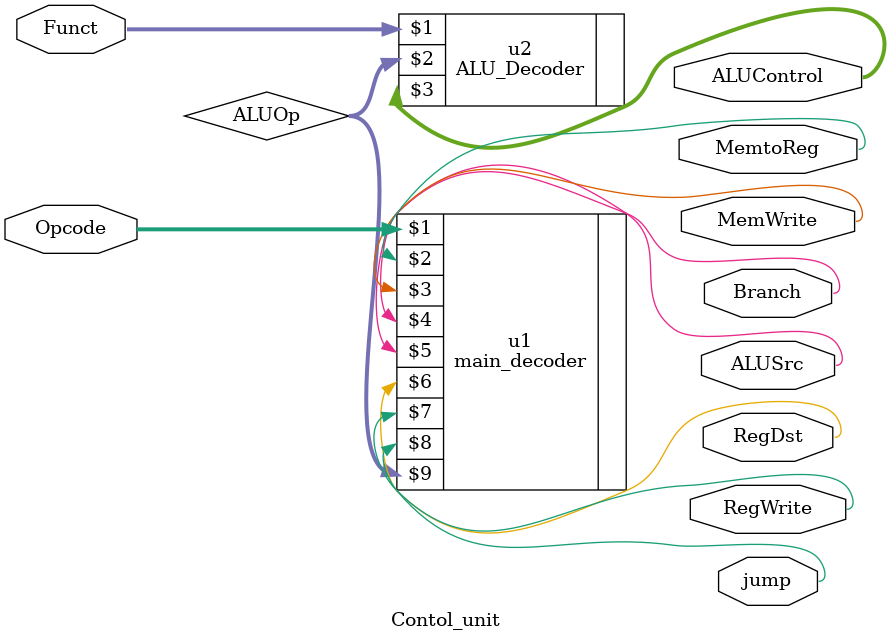
<source format=v>
module Contol_unit (
    input [5:0] Opcode,
    input [5:0] Funct,
    output  MemtoReg,MemWrite,Branch,ALUSrc,RegDst,RegWrite,jump,
    output  [2:0] ALUControl
);
wire [1:0] ALUOp;

main_decoder u1 (Opcode,MemtoReg,MemWrite,Branch,ALUSrc,RegDst,RegWrite,jump,ALUOp);
ALU_Decoder u2 (Funct,ALUOp,ALUControl);
endmodule
</source>
